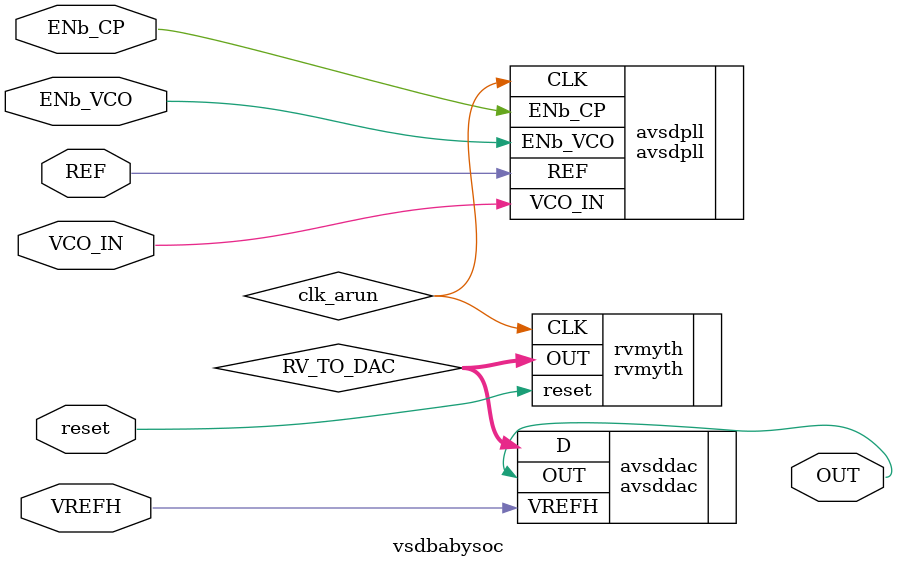
<source format=v>
module vsdbabysoc (
   output wire OUT,
   //
   input  wire reset,
   //
   input  wire VCO_IN,
   input  wire ENb_CP,
   input  wire ENb_VCO,
   input  wire REF,
   //
   // input  wire VREFL,
   input  wire VREFH
);

   wire clk_arun;
   wire [9:0] RV_TO_DAC;

   rvmyth rvmyth(
      .OUT(RV_TO_DAC),
      .CLK(clk_arun),
      .reset(reset)
   );

   avsdpll avsdpll (
      .CLK(clk_arun),
      .VCO_IN(VCO_IN),
      .ENb_CP(ENb_CP),
      .ENb_VCO(ENb_VCO),
      .REF(REF)
   );

   avsddac avsddac (
      .OUT(OUT),
      .D(RV_TO_DAC),
      // .VREFL(VREFL),
      .VREFH(VREFH)
   );
   
endmodule

</source>
